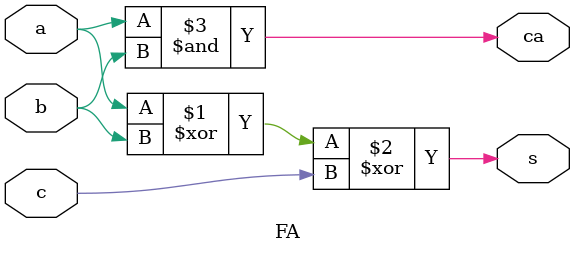
<source format=v>
`timescale 1ns / 1ps

module Adder_1(
    input [15:0] a,b,
    output [16:0] s
    );
wire car;
imprecise p2(a[7:0], b[7:0], s[7:0], car);
precise  p1(a[15:8], b[15:8], car, s[16:8]);

endmodule

module imprecise(
    input [7:0] a,b,
    output [7:0] s,
    output cout
    );
    wire [2:0] ca;
assign s[0] = 1;
assign s[1] = 1;
assign s[2] = 1;
assign s[3] = 1;
FA_ f1(a[4], b[4], 1'b0, s[4], ca[0]);
FA_ f2(a[5], b[5], ca[0], s[5], ca[1]);
FA_ f3(a[6], b[6], ca[1], s[6], ca[2]);
assign s[7] = ca[2] | (a[7] ^ b[7]);
assign cout = a[7] & b[7];

endmodule

module precise(
    input [7:0] a,b,
    input cin,
    output [8:0]s
    );
wire [7:0] ca;
FA f1(a[0], b[0], cin, s[0], ca[0]);
FA f2(a[1], b[1], ca[0], s[1], ca[1]);
FA f3(a[2], b[2], ca[1], s[2], ca[2]);
FA f4(a[3], b[3], ca[2], s[3], ca[3]);
FA f5(a[4], b[4], ca[3], s[4], ca[4]);
FA f6(a[5], b[5], ca[4], s[5], ca[5]);
FA f7(a[6], b[6], ca[5], s[6], ca[6]);
FA f8(a[7], b[7], ca[6], s[7], ca[7]);
assign s[8] = ca[7];
endmodule

module FA_(
    input a,b,c,
    output s,ca);
assign s = a | b | c;
assign ca = a & b;

endmodule

module FA(
    input a,b,c,
    output s,ca);
assign s = a ^ b ^ c;
assign ca = a & b;

endmodule

</source>
